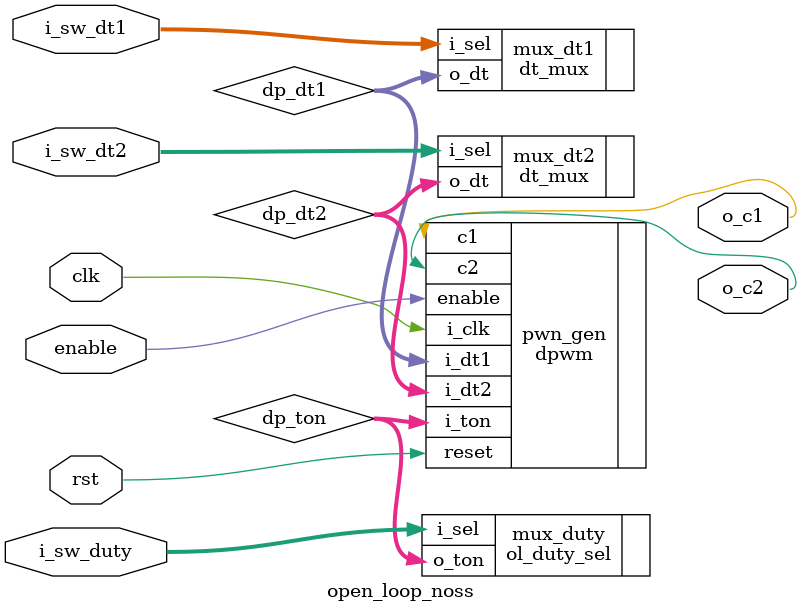
<source format=v>
module open_loop_noss
(
    input clk,
    input rst,
    input enable,
    input [7:0] i_sw_duty,
    input [3:0] i_sw_dt1,
    input [3:0] i_sw_dt2,
    output o_c1,
    output o_c2
);

    wire [4:0] dp_dt1;
    wire [4:0] dp_dt2;
    dt_mux mux_dt1
    (
        .i_sel(i_sw_dt1),
        .o_dt(dp_dt1)
    );
    dt_mux mux_dt2
    (
        .i_sel(i_sw_dt2),
        .o_dt(dp_dt2)
    );

    wire [10:0] dp_ton;
    ol_duty_sel mux_duty
    (
        .i_sel(i_sw_duty),
        .o_ton(dp_ton)
    );

    dpwm pwn_gen
    (
        .i_clk(clk),
        .reset(rst),
        .enable(enable),
        .i_ton(dp_ton),
        .i_dt1(dp_dt1),
        .i_dt2(dp_dt2),
        .c1(o_c1),
        .c2(o_c2)
    );
    
endmodule
</source>
